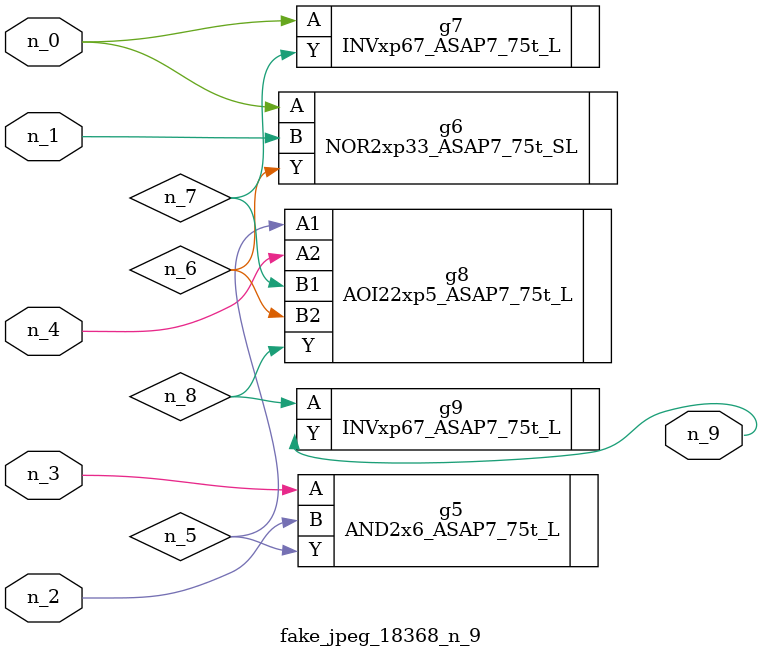
<source format=v>
module fake_jpeg_18368_n_9 (n_3, n_2, n_1, n_0, n_4, n_9);

input n_3;
input n_2;
input n_1;
input n_0;
input n_4;

output n_9;

wire n_8;
wire n_6;
wire n_5;
wire n_7;

AND2x6_ASAP7_75t_L g5 ( 
.A(n_3),
.B(n_2),
.Y(n_5)
);

NOR2xp33_ASAP7_75t_SL g6 ( 
.A(n_0),
.B(n_1),
.Y(n_6)
);

INVxp67_ASAP7_75t_L g7 ( 
.A(n_0),
.Y(n_7)
);

AOI22xp5_ASAP7_75t_L g8 ( 
.A1(n_5),
.A2(n_4),
.B1(n_7),
.B2(n_6),
.Y(n_8)
);

INVxp67_ASAP7_75t_L g9 ( 
.A(n_8),
.Y(n_9)
);


endmodule
</source>
